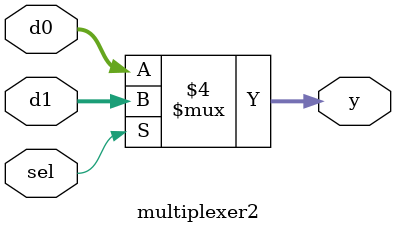
<source format=v>
`timescale 1ns / 1ps
module multiplexer2(d0, d1, sel, y);
input [31:0] d0, d1; 
input sel;
output reg [31:0] y;
always @(sel)
	begin
		if(sel == 1)
		begin
			y = d1; 
		end
		else 
		begin
			y = d0; 
		end
	end	
endmodule

</source>
